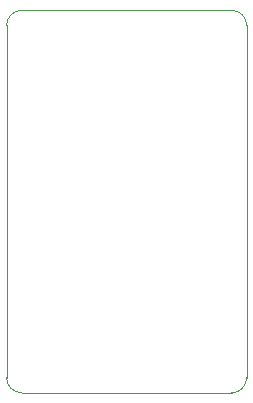
<source format=gm1>
G04 #@! TF.GenerationSoftware,KiCad,Pcbnew,7.0.5-7.0.5~ubuntu22.04.1*
G04 #@! TF.CreationDate,2023-07-13T11:12:20+08:00*
G04 #@! TF.ProjectId,EFP-flash,4546502d-666c-4617-9368-2e6b69636164,v1.1.0*
G04 #@! TF.SameCoordinates,Original*
G04 #@! TF.FileFunction,Profile,NP*
%FSLAX46Y46*%
G04 Gerber Fmt 4.6, Leading zero omitted, Abs format (unit mm)*
G04 Created by KiCad (PCBNEW 7.0.5-7.0.5~ubuntu22.04.1) date 2023-07-13 11:12:20*
%MOMM*%
%LPD*%
G01*
G04 APERTURE LIST*
G04 #@! TA.AperFunction,Profile*
%ADD10C,0.100000*%
G04 #@! TD*
G04 APERTURE END LIST*
D10*
X133985000Y-69850000D02*
X151765000Y-69850000D01*
X153035000Y-68580000D02*
X153035000Y-38735000D01*
X151765000Y-37465000D02*
X133985000Y-37465000D01*
X133985000Y-37465000D02*
G75*
G03*
X132715000Y-38735000I0J-1270000D01*
G01*
X153035000Y-38735000D02*
G75*
G03*
X151765000Y-37465000I-1270000J0D01*
G01*
X132715000Y-38735000D02*
X132715000Y-68580000D01*
X151765000Y-69850000D02*
G75*
G03*
X153035000Y-68580000I0J1270000D01*
G01*
X132715000Y-68580000D02*
G75*
G03*
X133985000Y-69850000I1270000J0D01*
G01*
M02*

</source>
